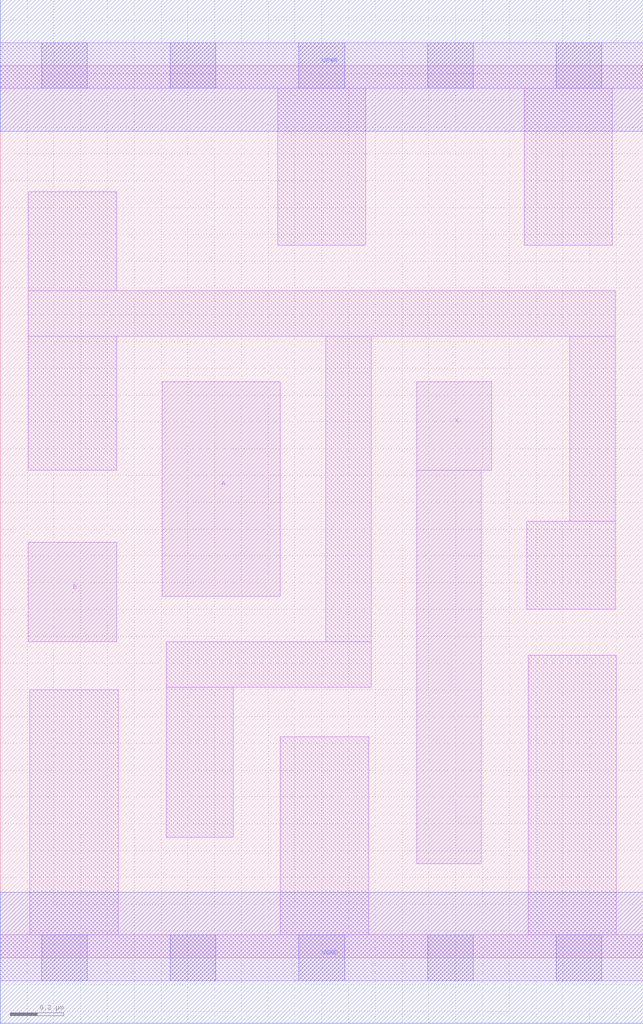
<source format=lef>
# Copyright 2020 The SkyWater PDK Authors
#
# Licensed under the Apache License, Version 2.0 (the "License");
# you may not use this file except in compliance with the License.
# You may obtain a copy of the License at
#
#     https://www.apache.org/licenses/LICENSE-2.0
#
# Unless required by applicable law or agreed to in writing, software
# distributed under the License is distributed on an "AS IS" BASIS,
# WITHOUT WARRANTIES OR CONDITIONS OF ANY KIND, either express or implied.
# See the License for the specific language governing permissions and
# limitations under the License.
#
# SPDX-License-Identifier: Apache-2.0

VERSION 5.7 ;
  NAMESCASESENSITIVE ON ;
  NOWIREEXTENSIONATPIN ON ;
  DIVIDERCHAR "/" ;
  BUSBITCHARS "[]" ;
UNITS
  DATABASE MICRONS 200 ;
END UNITS
MACRO sky130_fd_sc_ls__or2_2
  CLASS CORE ;
  FOREIGN sky130_fd_sc_ls__or2_2 ;
  ORIGIN  0.000000  0.000000 ;
  SIZE  2.400000 BY  3.330000 ;
  SYMMETRY X Y ;
  SITE unit ;
  PIN A
    ANTENNAGATEAREA  0.246000 ;
    DIRECTION INPUT ;
    USE SIGNAL ;
    PORT
      LAYER li1 ;
        RECT 0.605000 1.350000 1.045000 2.150000 ;
    END
  END A
  PIN B
    ANTENNAGATEAREA  0.246000 ;
    DIRECTION INPUT ;
    USE SIGNAL ;
    PORT
      LAYER li1 ;
        RECT 0.105000 1.180000 0.435000 1.550000 ;
    END
  END B
  PIN X
    ANTENNADIFFAREA  0.565600 ;
    DIRECTION OUTPUT ;
    USE SIGNAL ;
    PORT
      LAYER li1 ;
        RECT 1.555000 0.350000 1.795000 1.820000 ;
        RECT 1.555000 1.820000 1.835000 2.150000 ;
    END
  END X
  PIN VGND
    DIRECTION INOUT ;
    SHAPE ABUTMENT ;
    USE GROUND ;
    PORT
      LAYER met1 ;
        RECT 0.000000 -0.245000 2.400000 0.245000 ;
    END
  END VGND
  PIN VPWR
    DIRECTION INOUT ;
    SHAPE ABUTMENT ;
    USE POWER ;
    PORT
      LAYER met1 ;
        RECT 0.000000 3.085000 2.400000 3.575000 ;
    END
  END VPWR
  OBS
    LAYER li1 ;
      RECT 0.000000 -0.085000 2.400000 0.085000 ;
      RECT 0.000000  3.245000 2.400000 3.415000 ;
      RECT 0.105000  1.820000 0.435000 2.320000 ;
      RECT 0.105000  2.320000 2.295000 2.490000 ;
      RECT 0.105000  2.490000 0.435000 2.860000 ;
      RECT 0.110000  0.085000 0.440000 1.000000 ;
      RECT 0.620000  0.450000 0.870000 1.010000 ;
      RECT 0.620000  1.010000 1.385000 1.180000 ;
      RECT 1.035000  2.660000 1.365000 3.245000 ;
      RECT 1.045000  0.085000 1.375000 0.825000 ;
      RECT 1.215000  1.180000 1.385000 2.320000 ;
      RECT 1.955000  2.660000 2.285000 3.245000 ;
      RECT 1.965000  1.300000 2.295000 1.630000 ;
      RECT 1.970000  0.085000 2.300000 1.130000 ;
      RECT 2.125000  1.630000 2.295000 2.320000 ;
    LAYER mcon ;
      RECT 0.155000 -0.085000 0.325000 0.085000 ;
      RECT 0.155000  3.245000 0.325000 3.415000 ;
      RECT 0.635000 -0.085000 0.805000 0.085000 ;
      RECT 0.635000  3.245000 0.805000 3.415000 ;
      RECT 1.115000 -0.085000 1.285000 0.085000 ;
      RECT 1.115000  3.245000 1.285000 3.415000 ;
      RECT 1.595000 -0.085000 1.765000 0.085000 ;
      RECT 1.595000  3.245000 1.765000 3.415000 ;
      RECT 2.075000 -0.085000 2.245000 0.085000 ;
      RECT 2.075000  3.245000 2.245000 3.415000 ;
  END
END sky130_fd_sc_ls__or2_2
END LIBRARY

</source>
